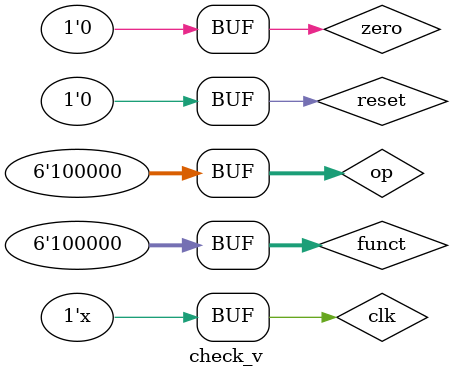
<source format=v>
`timescale 1ns / 1ps


module check_v;

	// Inputs
	reg clk;
	reg reset;
	reg [5:0] op;
	reg [5:0] funct;
	reg zero;

	// Outputs
	wire memread;
	wire memwrite;
	wire alusrca;
	wire memtoreg;
	wire iord;
	wire pcen;
	wire regwrite;
	wire regdst;
	wire [1:0] pcsrc;
	wire [1:0] alusrcb;
	wire [2:0] alucontrol;
	wire [3:0] irwrite;

	// Instantiate the Unit Under Test (UUT)
	controller uut (
		.clk(clk), 
		.reset(reset), 
		.op(op), 
		.funct(funct), 
		.zero(zero), 
		.memread(memread), 
		.memwrite(memwrite), 
		.alusrca(alusrca), 
		.memtoreg(memtoreg), 
		.iord(iord), 
		.pcen(pcen), 
		.regwrite(regwrite), 
		.regdst(regdst), 
		.pcsrc(pcsrc), 
		.alusrcb(alusrcb), 
		.alucontrol(alucontrol), 
		.irwrite(irwrite)
	);
always begin
#10
clk=~clk;
end
	initial begin
		// Initialize Inputs
		clk = 0;
		reset = 1;
		op = 0;
		funct = 0;
		zero = 0;

		// Wait 100 ns for global reset to finish
		#20;
		reset = 0;
		op = 6'h20;
		funct = 6'h20;
		#20;
        
		// Add stimulus here

	end
      
endmodule


</source>
